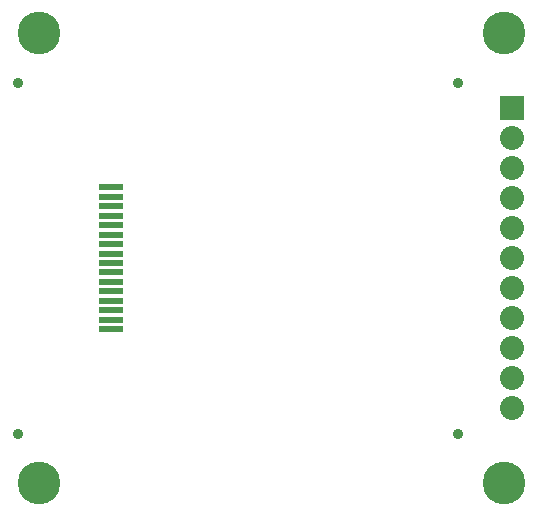
<source format=gbr>
G04 EAGLE Gerber RS-274X export*
G75*
%MOMM*%
%FSLAX34Y34*%
%LPD*%
%INSoldermask Bottom*%
%IPPOS*%
%AMOC8*
5,1,8,0,0,1.08239X$1,22.5*%
G01*
%ADD10C,3.617600*%
%ADD11R,2.101600X0.601600*%
%ADD12C,0.901600*%
%ADD13R,2.032000X2.032000*%
%ADD14C,2.032000*%


D10*
X25400Y355600D03*
X25400Y-25400D03*
X419100Y355600D03*
X419100Y-25400D03*
D11*
X86170Y129100D03*
X86170Y137100D03*
X86170Y145100D03*
X86170Y153100D03*
X86170Y161100D03*
X86170Y169100D03*
X86170Y177100D03*
X86170Y185100D03*
X86170Y193100D03*
X86170Y201100D03*
X86170Y209100D03*
X86170Y217100D03*
X86170Y225100D03*
X86170Y121100D03*
D12*
X7620Y16510D03*
X7620Y313690D03*
X379730Y16510D03*
X379730Y313690D03*
D11*
X86170Y113100D03*
X86170Y105100D03*
D13*
X425450Y292100D03*
D14*
X425450Y266700D03*
X425450Y241300D03*
X425450Y215900D03*
X425450Y190500D03*
X425450Y165100D03*
X425450Y139700D03*
X425450Y114300D03*
X425450Y88900D03*
X425450Y63500D03*
X425450Y38100D03*
M02*

</source>
